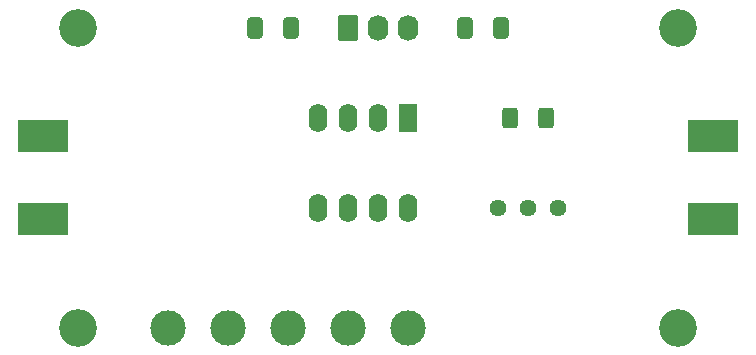
<source format=gbr>
G04 #@! TF.GenerationSoftware,KiCad,Pcbnew,7.0.6*
G04 #@! TF.CreationDate,2023-07-18T09:57:41-05:00*
G04 #@! TF.ProjectId,DC_Amplifier,44435f41-6d70-46c6-9966-6965722e6b69,B*
G04 #@! TF.SameCoordinates,Original*
G04 #@! TF.FileFunction,Soldermask,Top*
G04 #@! TF.FilePolarity,Negative*
%FSLAX46Y46*%
G04 Gerber Fmt 4.6, Leading zero omitted, Abs format (unit mm)*
G04 Created by KiCad (PCBNEW 7.0.6) date 2023-07-18 09:57:41*
%MOMM*%
%LPD*%
G01*
G04 APERTURE LIST*
G04 Aperture macros list*
%AMRoundRect*
0 Rectangle with rounded corners*
0 $1 Rounding radius*
0 $2 $3 $4 $5 $6 $7 $8 $9 X,Y pos of 4 corners*
0 Add a 4 corners polygon primitive as box body*
4,1,4,$2,$3,$4,$5,$6,$7,$8,$9,$2,$3,0*
0 Add four circle primitives for the rounded corners*
1,1,$1+$1,$2,$3*
1,1,$1+$1,$4,$5*
1,1,$1+$1,$6,$7*
1,1,$1+$1,$8,$9*
0 Add four rect primitives between the rounded corners*
20,1,$1+$1,$2,$3,$4,$5,0*
20,1,$1+$1,$4,$5,$6,$7,0*
20,1,$1+$1,$6,$7,$8,$9,0*
20,1,$1+$1,$8,$9,$2,$3,0*%
G04 Aperture macros list end*
%ADD10R,1.600000X2.400000*%
%ADD11O,1.600000X2.400000*%
%ADD12RoundRect,0.250000X-0.400000X-0.625000X0.400000X-0.625000X0.400000X0.625000X-0.400000X0.625000X0*%
%ADD13RoundRect,0.249999X0.412501X0.650001X-0.412501X0.650001X-0.412501X-0.650001X0.412501X-0.650001X0*%
%ADD14RoundRect,0.249999X-0.620001X-0.850001X0.620001X-0.850001X0.620001X0.850001X-0.620001X0.850001X0*%
%ADD15O,1.740000X2.200000*%
%ADD16C,1.440000*%
%ADD17C,3.200000*%
%ADD18C,3.000000*%
%ADD19R,4.191000X2.667000*%
G04 APERTURE END LIST*
D10*
X104140000Y-83820000D03*
D11*
X101600000Y-83820000D03*
X99060000Y-83820000D03*
X96520000Y-83820000D03*
X96520000Y-91440000D03*
X99060000Y-91440000D03*
X101600000Y-91440000D03*
X104140000Y-91440000D03*
D12*
X112750000Y-83820000D03*
X115850000Y-83820000D03*
D13*
X94272500Y-76200000D03*
X91147500Y-76200000D03*
X112052500Y-76200000D03*
X108927500Y-76200000D03*
D14*
X99060000Y-76200000D03*
D15*
X101600000Y-76200000D03*
X104140000Y-76200000D03*
D16*
X116840000Y-91440000D03*
X114300000Y-91440000D03*
X111760000Y-91440000D03*
D17*
X127000000Y-76200000D03*
X76200000Y-76200000D03*
D18*
X83820000Y-101600000D03*
X88900000Y-101600000D03*
X93980000Y-101600000D03*
X104140000Y-101600000D03*
D17*
X127000000Y-101600000D03*
D18*
X99060000Y-101600000D03*
D17*
X76200000Y-101600000D03*
D19*
X129984500Y-92392500D03*
X129984500Y-85407500D03*
X73215500Y-85407500D03*
X73215500Y-92392500D03*
M02*

</source>
